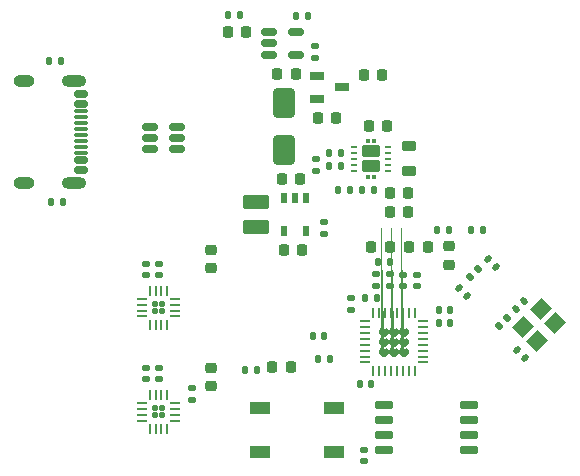
<source format=gtp>
G04 #@! TF.GenerationSoftware,KiCad,Pcbnew,7.0.8*
G04 #@! TF.CreationDate,2024-01-23T22:35:07+01:00*
G04 #@! TF.ProjectId,internet-radio-speaker,696e7465-726e-4657-942d-726164696f2d,rev?*
G04 #@! TF.SameCoordinates,Original*
G04 #@! TF.FileFunction,Paste,Top*
G04 #@! TF.FilePolarity,Positive*
%FSLAX46Y46*%
G04 Gerber Fmt 4.6, Leading zero omitted, Abs format (unit mm)*
G04 Created by KiCad (PCBNEW 7.0.8) date 2024-01-23 22:35:07*
%MOMM*%
%LPD*%
G01*
G04 APERTURE LIST*
G04 Aperture macros list*
%AMRoundRect*
0 Rectangle with rounded corners*
0 $1 Rounding radius*
0 $2 $3 $4 $5 $6 $7 $8 $9 X,Y pos of 4 corners*
0 Add a 4 corners polygon primitive as box body*
4,1,4,$2,$3,$4,$5,$6,$7,$8,$9,$2,$3,0*
0 Add four circle primitives for the rounded corners*
1,1,$1+$1,$2,$3*
1,1,$1+$1,$4,$5*
1,1,$1+$1,$6,$7*
1,1,$1+$1,$8,$9*
0 Add four rect primitives between the rounded corners*
20,1,$1+$1,$2,$3,$4,$5,0*
20,1,$1+$1,$4,$5,$6,$7,0*
20,1,$1+$1,$6,$7,$8,$9,0*
20,1,$1+$1,$8,$9,$2,$3,0*%
%AMRotRect*
0 Rectangle, with rotation*
0 The origin of the aperture is its center*
0 $1 length*
0 $2 width*
0 $3 Rotation angle, in degrees counterclockwise*
0 Add horizontal line*
21,1,$1,$2,0,0,$3*%
%AMFreePoly0*
4,1,57,0.170010,0.379889,0.174629,0.380220,0.177101,0.378870,0.183556,0.377942,0.210425,0.360674,0.238454,0.345370,0.345370,0.238454,0.359181,0.220003,0.362682,0.216970,0.363475,0.214266,0.367383,0.209047,0.374171,0.177841,0.383170,0.147196,0.383170,-0.147196,0.379889,-0.170010,0.380220,-0.174629,0.378870,-0.177101,0.377942,-0.183556,0.360674,-0.210425,0.345370,-0.238454,
0.238454,-0.345370,0.220003,-0.359181,0.216970,-0.362682,0.214266,-0.363475,0.209047,-0.367383,0.177841,-0.374171,0.147196,-0.383170,-0.147196,-0.383170,-0.170010,-0.379889,-0.174629,-0.380220,-0.177101,-0.378870,-0.183556,-0.377942,-0.210425,-0.360674,-0.238454,-0.345370,-0.345370,-0.238454,-0.359181,-0.220003,-0.362682,-0.216970,-0.363475,-0.214266,-0.367383,-0.209047,-0.374171,-0.177841,
-0.383170,-0.147196,-0.383170,0.147196,-0.379889,0.170010,-0.380220,0.174629,-0.378870,0.177101,-0.377942,0.183556,-0.360674,0.210425,-0.345370,0.238454,-0.238454,0.345370,-0.220003,0.359181,-0.216970,0.362682,-0.214266,0.363475,-0.209047,0.367383,-0.177841,0.374171,-0.147196,0.383170,0.147196,0.383170,0.170010,0.379889,0.170010,0.379889,$1*%
G04 Aperture macros list end*
%ADD10R,1.200000X0.650000*%
%ADD11RoundRect,0.135000X-0.135000X-0.185000X0.135000X-0.185000X0.135000X0.185000X-0.135000X0.185000X0*%
%ADD12RoundRect,0.135000X0.185000X-0.135000X0.185000X0.135000X-0.185000X0.135000X-0.185000X-0.135000X0*%
%ADD13RoundRect,0.225000X-0.250000X0.225000X-0.250000X-0.225000X0.250000X-0.225000X0.250000X0.225000X0*%
%ADD14RoundRect,0.140000X0.140000X0.170000X-0.140000X0.170000X-0.140000X-0.170000X0.140000X-0.170000X0*%
%ADD15RoundRect,0.135000X0.135000X0.185000X-0.135000X0.185000X-0.135000X-0.185000X0.135000X-0.185000X0*%
%ADD16RoundRect,0.140000X0.170000X-0.140000X0.170000X0.140000X-0.170000X0.140000X-0.170000X-0.140000X0*%
%ADD17RoundRect,0.140000X-0.140000X-0.170000X0.140000X-0.170000X0.140000X0.170000X-0.140000X0.170000X0*%
%ADD18RoundRect,0.150000X-0.425000X0.150000X-0.425000X-0.150000X0.425000X-0.150000X0.425000X0.150000X0*%
%ADD19RoundRect,0.075000X-0.500000X0.075000X-0.500000X-0.075000X0.500000X-0.075000X0.500000X0.075000X0*%
%ADD20O,2.100000X1.000000*%
%ADD21O,1.800000X1.000000*%
%ADD22RoundRect,0.135000X0.035355X-0.226274X0.226274X-0.035355X-0.035355X0.226274X-0.226274X0.035355X0*%
%ADD23RoundRect,0.025000X0.100000X0.145000X-0.100000X0.145000X-0.100000X-0.145000X0.100000X-0.145000X0*%
%ADD24RoundRect,0.106000X0.644000X0.424000X-0.644000X0.424000X-0.644000X-0.424000X0.644000X-0.424000X0*%
%ADD25R,0.600000X0.240000*%
%ADD26RotRect,1.400000X1.200000X225.000000*%
%ADD27FreePoly0,270.000000*%
%ADD28RoundRect,0.062500X-0.062500X0.375000X-0.062500X-0.375000X0.062500X-0.375000X0.062500X0.375000X0*%
%ADD29RoundRect,0.062500X-0.375000X0.062500X-0.375000X-0.062500X0.375000X-0.062500X0.375000X0.062500X0*%
%ADD30RoundRect,0.135000X-0.185000X0.135000X-0.185000X-0.135000X0.185000X-0.135000X0.185000X0.135000X0*%
%ADD31RoundRect,0.225000X-0.225000X-0.250000X0.225000X-0.250000X0.225000X0.250000X-0.225000X0.250000X0*%
%ADD32R,1.800000X1.100000*%
%ADD33RoundRect,0.250000X-0.850000X0.375000X-0.850000X-0.375000X0.850000X-0.375000X0.850000X0.375000X0*%
%ADD34RoundRect,0.150000X0.650000X0.150000X-0.650000X0.150000X-0.650000X-0.150000X0.650000X-0.150000X0*%
%ADD35RoundRect,0.147500X-0.172500X0.147500X-0.172500X-0.147500X0.172500X-0.147500X0.172500X0.147500X0*%
%ADD36RoundRect,0.140000X-0.219203X-0.021213X-0.021213X-0.219203X0.219203X0.021213X0.021213X0.219203X0*%
%ADD37R,0.600000X0.900000*%
%ADD38RoundRect,0.140000X0.021213X-0.219203X0.219203X-0.021213X-0.021213X0.219203X-0.219203X0.021213X0*%
%ADD39RoundRect,0.218750X-0.256250X0.218750X-0.256250X-0.218750X0.256250X-0.218750X0.256250X0.218750X0*%
%ADD40RoundRect,0.225000X0.225000X0.250000X-0.225000X0.250000X-0.225000X-0.250000X0.225000X-0.250000X0*%
%ADD41RoundRect,0.218750X-0.218750X-0.256250X0.218750X-0.256250X0.218750X0.256250X-0.218750X0.256250X0*%
%ADD42RoundRect,0.250000X0.650000X-1.000000X0.650000X1.000000X-0.650000X1.000000X-0.650000X-1.000000X0*%
%ADD43RoundRect,0.150000X-0.512500X-0.150000X0.512500X-0.150000X0.512500X0.150000X-0.512500X0.150000X0*%
%ADD44RoundRect,0.218750X0.381250X-0.218750X0.381250X0.218750X-0.381250X0.218750X-0.381250X-0.218750X0*%
%ADD45RoundRect,0.218750X0.218750X0.256250X-0.218750X0.256250X-0.218750X-0.256250X0.218750X-0.256250X0*%
%ADD46RoundRect,0.140000X-0.170000X0.140000X-0.170000X-0.140000X0.170000X-0.140000X0.170000X0.140000X0*%
%ADD47RoundRect,0.132500X0.132500X0.132500X-0.132500X0.132500X-0.132500X-0.132500X0.132500X-0.132500X0*%
%ADD48RoundRect,0.062500X0.350000X0.062500X-0.350000X0.062500X-0.350000X-0.062500X0.350000X-0.062500X0*%
%ADD49RoundRect,0.062500X0.062500X0.350000X-0.062500X0.350000X-0.062500X-0.350000X0.062500X-0.350000X0*%
%ADD50RoundRect,0.147500X0.017678X-0.226274X0.226274X-0.017678X-0.017678X0.226274X-0.226274X0.017678X0*%
G04 APERTURE END LIST*
D10*
X135425000Y-96285000D03*
X135425000Y-98205000D03*
X137525000Y-97245000D03*
D11*
X137165000Y-105945000D03*
X138185000Y-105945000D03*
X145540000Y-109345000D03*
X146560000Y-109345000D03*
D12*
X141550000Y-114115000D03*
X141550000Y-113095000D03*
D11*
X112890000Y-107000000D03*
X113910000Y-107000000D03*
D13*
X126425000Y-111045000D03*
X126425000Y-112595000D03*
D14*
X140435000Y-115120000D03*
X139475000Y-115120000D03*
D15*
X137435000Y-102845000D03*
X136415000Y-102845000D03*
D16*
X120950000Y-113165000D03*
X120950000Y-112205000D03*
D11*
X139215000Y-105945000D03*
X140235000Y-105945000D03*
D17*
X145720000Y-116100000D03*
X146680000Y-116100000D03*
D18*
X115380000Y-97845000D03*
X115380000Y-98645000D03*
D19*
X115380000Y-99795000D03*
X115380000Y-100795000D03*
X115380000Y-101295000D03*
X115380000Y-102295000D03*
D18*
X115380000Y-103445000D03*
X115380000Y-104245000D03*
X115380000Y-104245000D03*
X115380000Y-103445000D03*
D19*
X115380000Y-102795000D03*
X115380000Y-101795000D03*
X115380000Y-100295000D03*
X115380000Y-99295000D03*
D18*
X115380000Y-98645000D03*
X115380000Y-97845000D03*
D20*
X114805000Y-96725000D03*
D21*
X110625000Y-96725000D03*
D20*
X114805000Y-105365000D03*
D21*
X110625000Y-105365000D03*
D12*
X135225000Y-94765000D03*
X135225000Y-93745000D03*
D13*
X126425000Y-121020000D03*
X126425000Y-122570000D03*
D22*
X150764965Y-117470659D03*
X151486213Y-116749411D03*
D23*
X140215000Y-104845000D03*
X140215000Y-101785000D03*
D24*
X139965000Y-103945000D03*
X139965000Y-102685000D03*
D23*
X139715000Y-104845000D03*
X139715000Y-101785000D03*
D25*
X141365000Y-104315000D03*
X141365000Y-103815000D03*
X141365000Y-103315000D03*
X141365000Y-102815000D03*
X141365000Y-102315000D03*
X138565000Y-102315000D03*
X138565000Y-102815000D03*
X138565000Y-103315000D03*
X138565000Y-103815000D03*
X138565000Y-104315000D03*
D26*
X154377366Y-116000553D03*
X152821731Y-117556188D03*
X154023812Y-118758269D03*
X155579447Y-117202634D03*
D27*
X142791667Y-117930833D03*
X141925000Y-117930833D03*
X141058333Y-117930833D03*
X142791667Y-118797500D03*
X141925000Y-118797500D03*
X141058333Y-118797500D03*
X142791667Y-119664167D03*
X141925000Y-119664167D03*
X141058333Y-119664167D03*
D28*
X143675000Y-116360000D03*
X143175000Y-116360000D03*
X142675000Y-116360000D03*
X142175000Y-116360000D03*
X141675000Y-116360000D03*
X141175000Y-116360000D03*
X140675000Y-116360000D03*
X140175000Y-116360000D03*
D29*
X139487500Y-117047500D03*
X139487500Y-117547500D03*
X139487500Y-118047500D03*
X139487500Y-118547500D03*
X139487500Y-119047500D03*
X139487500Y-119547500D03*
X139487500Y-120047500D03*
X139487500Y-120547500D03*
D28*
X140175000Y-121235000D03*
X140675000Y-121235000D03*
X141175000Y-121235000D03*
X141675000Y-121235000D03*
X142175000Y-121235000D03*
X142675000Y-121235000D03*
X143175000Y-121235000D03*
X143675000Y-121235000D03*
D29*
X144362500Y-120547500D03*
X144362500Y-120047500D03*
X144362500Y-119547500D03*
X144362500Y-119047500D03*
X144362500Y-118547500D03*
X144362500Y-118047500D03*
X144362500Y-117547500D03*
X144362500Y-117047500D03*
D30*
X124775000Y-123710000D03*
X124775000Y-122690000D03*
D11*
X127835000Y-91145000D03*
X128855000Y-91145000D03*
D31*
X135450000Y-99895000D03*
X137000000Y-99895000D03*
D32*
X130600000Y-124450000D03*
X136800000Y-124450000D03*
X130600000Y-128150000D03*
X136800000Y-128150000D03*
D31*
X141550000Y-106195000D03*
X143100000Y-106195000D03*
X143225000Y-110745000D03*
X144775000Y-110745000D03*
D15*
X136510000Y-120300000D03*
X135490000Y-120300000D03*
D33*
X130225000Y-106945000D03*
X130225000Y-109095000D03*
D11*
X129290000Y-121200000D03*
X130310000Y-121200000D03*
D34*
X141025000Y-127950000D03*
X141025000Y-126680000D03*
X141025000Y-125410000D03*
X141025000Y-124140000D03*
X148225000Y-124140000D03*
X148225000Y-125410000D03*
X148225000Y-126680000D03*
X148225000Y-127950000D03*
D35*
X142675000Y-113110000D03*
X142675000Y-114080000D03*
D14*
X141555000Y-112045000D03*
X140595000Y-112045000D03*
D31*
X139350000Y-96245000D03*
X140900000Y-96245000D03*
D36*
X147413084Y-114213084D03*
X148091906Y-114891906D03*
D14*
X136000000Y-118300000D03*
X135040000Y-118300000D03*
D16*
X120950000Y-121980000D03*
X120950000Y-121020000D03*
D37*
X134475000Y-106620000D03*
X133525000Y-106620000D03*
X132575000Y-106620000D03*
X132575000Y-109420000D03*
X134475000Y-109420000D03*
D14*
X137405000Y-103945000D03*
X136445000Y-103945000D03*
D38*
X152261178Y-116018822D03*
X152940000Y-115340000D03*
D39*
X146550000Y-110707500D03*
X146550000Y-112282500D03*
D17*
X148470000Y-109350000D03*
X149430000Y-109350000D03*
D11*
X133584223Y-91236452D03*
X134604223Y-91236452D03*
D40*
X141350000Y-100495000D03*
X139800000Y-100495000D03*
D41*
X131612500Y-120900000D03*
X133187500Y-120900000D03*
D40*
X141550000Y-110745000D03*
X140000000Y-110745000D03*
D31*
X141550000Y-107845000D03*
X143100000Y-107845000D03*
X132575000Y-111045000D03*
X134125000Y-111045000D03*
D17*
X145720000Y-117245000D03*
X146680000Y-117245000D03*
D36*
X152360589Y-119460589D03*
X153039411Y-120139411D03*
D42*
X132625000Y-102545000D03*
X132625000Y-98545000D03*
D40*
X133575000Y-96126632D03*
X132025000Y-96126632D03*
D31*
X132400000Y-104995000D03*
X133950000Y-104995000D03*
D43*
X123537500Y-100600000D03*
X123537500Y-101550000D03*
X123537500Y-102500000D03*
X121262500Y-102500000D03*
X121262500Y-101550000D03*
X121262500Y-100600000D03*
D16*
X122049999Y-121980000D03*
X122049999Y-121020000D03*
D12*
X135975000Y-109705000D03*
X135975000Y-108685000D03*
D44*
X143225000Y-104357500D03*
X143225000Y-102232500D03*
D11*
X112690000Y-95000000D03*
X113710000Y-95000000D03*
D45*
X127837500Y-92545000D03*
X129412500Y-92545000D03*
D46*
X139375000Y-127965000D03*
X139375000Y-128925000D03*
D36*
X149908094Y-111784871D03*
X150586916Y-112463693D03*
D47*
X122285000Y-125035000D03*
X122285000Y-124415000D03*
X121665000Y-125035000D03*
X121665000Y-124415000D03*
D48*
X123412500Y-125475000D03*
X123412500Y-124975000D03*
X123412500Y-124475000D03*
X123412500Y-123975000D03*
D49*
X122725000Y-123287500D03*
X122225000Y-123287500D03*
X121725000Y-123287500D03*
X121225000Y-123287500D03*
D48*
X120537500Y-123975000D03*
X120537500Y-124475000D03*
X120537500Y-124975000D03*
X120537500Y-125475000D03*
D49*
X121225000Y-126162500D03*
X121725000Y-126162500D03*
X122225000Y-126162500D03*
X122725000Y-126162500D03*
D12*
X135300000Y-104310000D03*
X135300000Y-103290000D03*
D43*
X133600000Y-92595000D03*
X133600000Y-94495000D03*
X131325000Y-94495000D03*
X131325000Y-93545000D03*
X131325000Y-92595000D03*
D30*
X140425000Y-113085000D03*
X140425000Y-114105000D03*
D14*
X139980000Y-122395000D03*
X139020000Y-122395000D03*
D16*
X143825000Y-114075000D03*
X143825000Y-113115000D03*
D47*
X122285000Y-116220000D03*
X122285000Y-115600000D03*
X121665000Y-116220000D03*
X121665000Y-115600000D03*
D48*
X123412500Y-116660000D03*
X123412500Y-116160000D03*
X123412500Y-115660000D03*
X123412500Y-115160000D03*
D49*
X122725000Y-114472500D03*
X122225000Y-114472500D03*
X121725000Y-114472500D03*
X121225000Y-114472500D03*
D48*
X120537500Y-115160000D03*
X120537500Y-115660000D03*
X120537500Y-116160000D03*
X120537500Y-116660000D03*
D49*
X121225000Y-117347500D03*
X121725000Y-117347500D03*
X122225000Y-117347500D03*
X122725000Y-117347500D03*
D16*
X138300000Y-116075000D03*
X138300000Y-115115000D03*
X122025000Y-113160000D03*
X122025000Y-112200000D03*
D50*
X148365147Y-113327818D03*
X149051041Y-112641924D03*
M02*

</source>
